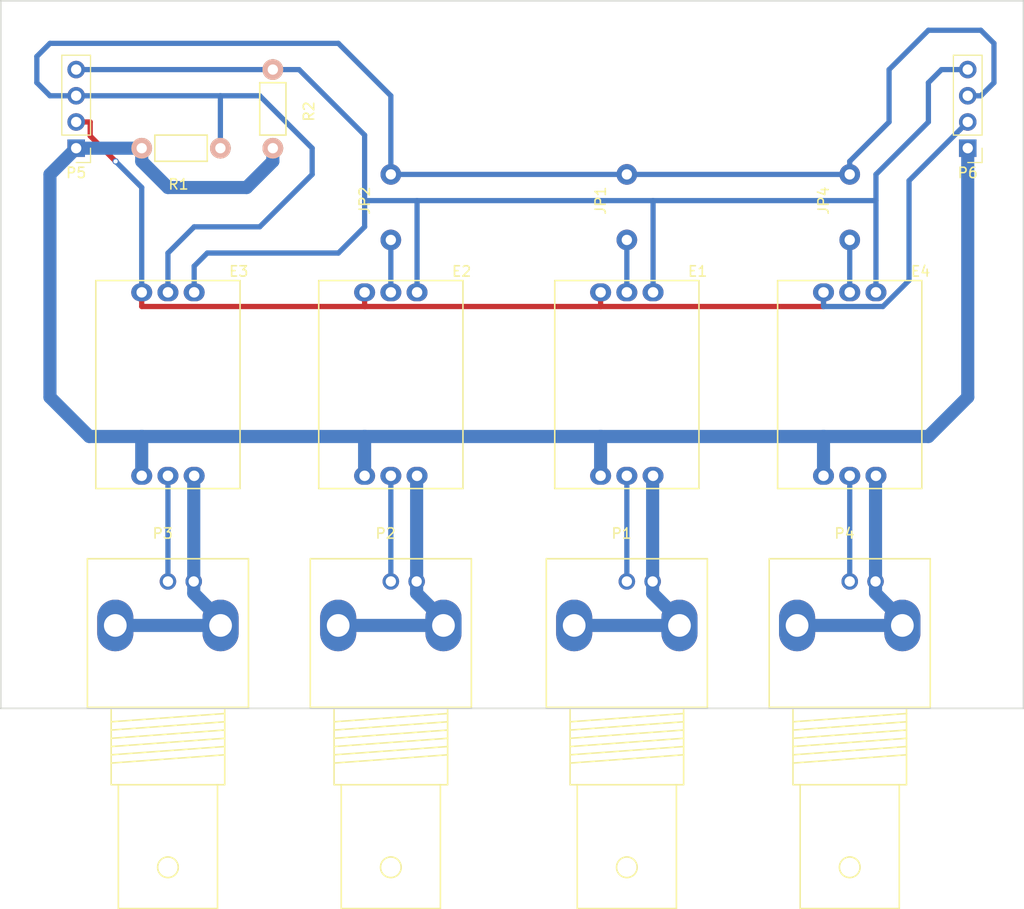
<source format=kicad_pcb>
(kicad_pcb (version 20171130) (host pcbnew "(5.1.12)-1")

  (general
    (thickness 1.6)
    (drawings 4)
    (tracks 141)
    (zones 0)
    (modules 15)
    (nets 16)
  )

  (page A4)
  (layers
    (0 F.Cu signal)
    (31 B.Cu signal)
    (32 B.Adhes user hide)
    (33 F.Adhes user hide)
    (34 B.Paste user hide)
    (35 F.Paste user hide)
    (36 B.SilkS user hide)
    (37 F.SilkS user hide)
    (38 B.Mask user hide)
    (39 F.Mask user hide)
    (40 Dwgs.User user hide)
    (41 Cmts.User user hide)
    (42 Eco1.User user hide)
    (43 Eco2.User user hide)
    (44 Edge.Cuts user)
    (45 Margin user hide)
    (46 B.CrtYd user hide)
    (47 F.CrtYd user hide)
    (48 B.Fab user hide)
    (49 F.Fab user hide)
  )

  (setup
    (last_trace_width 0.508)
    (trace_clearance 0.2)
    (zone_clearance 1.27)
    (zone_45_only no)
    (trace_min 0.254)
    (via_size 0.6)
    (via_drill 0.4)
    (via_min_size 0.4064)
    (via_min_drill 0.254)
    (uvia_size 0.3)
    (uvia_drill 0.1)
    (uvias_allowed no)
    (uvia_min_size 0.2)
    (uvia_min_drill 0.1)
    (edge_width 0.15)
    (segment_width 0.2)
    (pcb_text_width 0.3)
    (pcb_text_size 1.5 1.5)
    (mod_edge_width 0.15)
    (mod_text_size 1 1)
    (mod_text_width 0.15)
    (pad_size 1.524 1.524)
    (pad_drill 0.762)
    (pad_to_mask_clearance 0.2)
    (aux_axis_origin 0 0)
    (visible_elements 7FFFFFFF)
    (pcbplotparams
      (layerselection 0x01000_80000001)
      (usegerberextensions false)
      (usegerberattributes true)
      (usegerberadvancedattributes true)
      (creategerberjobfile true)
      (excludeedgelayer true)
      (linewidth 0.100000)
      (plotframeref false)
      (viasonmask false)
      (mode 1)
      (useauxorigin false)
      (hpglpennumber 1)
      (hpglpenspeed 20)
      (hpglpendiameter 15.000000)
      (psnegative false)
      (psa4output false)
      (plotreference false)
      (plotvalue false)
      (plotinvisibletext false)
      (padsonsilk false)
      (subtractmaskfromsilk false)
      (outputformat 1)
      (mirror false)
      (drillshape 0)
      (scaleselection 1)
      (outputdirectory "GERBERS/"))
  )

  (net 0 "")
  (net 1 "Net-(E1-Pad4)")
  (net 2 "Net-(E1-Pad5)")
  (net 3 "Net-(E2-Pad4)")
  (net 4 "Net-(E2-Pad5)")
  (net 5 "Net-(E3-Pad4)")
  (net 6 "Net-(E3-Pad5)")
  (net 7 "Net-(E4-Pad4)")
  (net 8 "Net-(E4-Pad5)")
  (net 9 GND)
  (net 10 A5)
  (net 11 "Net-(E1-Pad2)")
  (net 12 +5V)
  (net 13 "Net-(E2-Pad2)")
  (net 14 "Net-(E4-Pad2)")
  (net 15 A4)

  (net_class Default "This is the default net class."
    (clearance 0.2)
    (trace_width 0.508)
    (via_dia 0.6)
    (via_drill 0.4)
    (uvia_dia 0.3)
    (uvia_drill 0.1)
    (add_net A4)
    (add_net A5)
    (add_net GND)
    (add_net "Net-(E1-Pad2)")
    (add_net "Net-(E1-Pad5)")
    (add_net "Net-(E2-Pad2)")
    (add_net "Net-(E2-Pad5)")
    (add_net "Net-(E3-Pad5)")
    (add_net "Net-(E4-Pad2)")
    (add_net "Net-(E4-Pad5)")
  )

  (net_class +5V ""
    (clearance 0.2)
    (trace_width 1.27)
    (via_dia 0.6)
    (via_drill 0.4)
    (uvia_dia 0.3)
    (uvia_drill 0.1)
    (add_net +5V)
  )

  (net_class PRBGND ""
    (clearance 0.2)
    (trace_width 1.27)
    (via_dia 0.6)
    (via_drill 0.4)
    (uvia_dia 0.3)
    (uvia_drill 0.1)
    (add_net "Net-(E1-Pad4)")
    (add_net "Net-(E2-Pad4)")
    (add_net "Net-(E3-Pad4)")
    (add_net "Net-(E4-Pad4)")
  )

  (module Sockets_BNC:BNC_Socket_TYCO-AMP (layer F.Cu) (tedit 0) (tstamp 5848F2A9)
    (at 127 151.13 180)
    (descr "BNC Socket TYCO AMP")
    (tags "BNC Socket TYCO AMP")
    (path /5848E61E)
    (fp_text reference P1 (at 0.508 9.652 180) (layer F.SilkS)
      (effects (font (size 1 1) (thickness 0.15)))
    )
    (fp_text value BNC (at 10.89914 -9.6012 270) (layer F.Fab)
      (effects (font (size 1 1) (thickness 0.15)))
    )
    (fp_circle (center 0 -22.69998) (end 1.00076 -22.69998) (layer F.SilkS) (width 0.15))
    (fp_line (start -7.80034 -7.2009) (end -7.80034 7.2009) (layer F.SilkS) (width 0.15))
    (fp_line (start 7.80034 -7.2009) (end -7.80034 -7.2009) (layer F.SilkS) (width 0.15))
    (fp_line (start 7.80034 7.2009) (end 7.80034 -7.2009) (layer F.SilkS) (width 0.15))
    (fp_line (start -7.80034 7.2009) (end 7.80034 7.2009) (layer F.SilkS) (width 0.15))
    (fp_line (start -5.4991 -14.69898) (end -5.4991 -7.2009) (layer F.SilkS) (width 0.15))
    (fp_line (start 5.4991 -14.69898) (end -5.4991 -14.69898) (layer F.SilkS) (width 0.15))
    (fp_line (start 5.4991 -7.2009) (end 5.4991 -14.69898) (layer F.SilkS) (width 0.15))
    (fp_line (start -4.8006 -26.70048) (end -4.8006 -14.69898) (layer F.SilkS) (width 0.15))
    (fp_line (start 4.8006 -26.70048) (end -4.8006 -26.70048) (layer F.SilkS) (width 0.15))
    (fp_line (start 4.8006 -14.69898) (end 4.8006 -26.70048) (layer F.SilkS) (width 0.15))
    (fp_line (start -5.4991 -7.80034) (end 5.4991 -8.60044) (layer F.SilkS) (width 0.15))
    (fp_line (start -5.4991 -8.60044) (end 5.4991 -9.40054) (layer F.SilkS) (width 0.15))
    (fp_line (start -5.4991 -9.40054) (end 5.4991 -10.20064) (layer F.SilkS) (width 0.15))
    (fp_line (start -5.4991 -10.20064) (end 5.4991 -11.00074) (layer F.SilkS) (width 0.15))
    (fp_line (start -5.4991 -11.00074) (end 5.4991 -11.80084) (layer F.SilkS) (width 0.15))
    (fp_line (start -5.4991 -11.80084) (end 5.4991 -12.60094) (layer F.SilkS) (width 0.15))
    (pad 2 thru_hole oval (at -5.09778 0.7366 180) (size 3.50012 5.00126) (drill 2.19964) (layers *.Cu *.Mask)
      (net 1 "Net-(E1-Pad4)"))
    (pad 2 thru_hole oval (at 5.10032 0.7366 180) (size 3.50012 5.00126) (drill 2.19964) (layers *.Cu *.Mask)
      (net 1 "Net-(E1-Pad4)"))
    (pad 1 thru_hole circle (at 0 5.00126 180) (size 1.6002 1.6002) (drill 1.00076) (layers *.Cu *.Mask)
      (net 2 "Net-(E1-Pad5)"))
    (pad 2 thru_hole circle (at -2.49936 5.00126 180) (size 1.6002 1.6002) (drill 1.00076) (layers *.Cu *.Mask)
      (net 1 "Net-(E1-Pad4)"))
    (model Sockets_BNC.3dshapes/BNC_Socket_TYCO-AMP.wrl
      (at (xyz 0 0 0))
      (scale (xyz 0.3937 0.3937 0.3937))
      (rotate (xyz 0 0 0))
    )
  )

  (module Sockets_BNC:BNC_Socket_TYCO-AMP (layer F.Cu) (tedit 0) (tstamp 5848F2B1)
    (at 104.14 151.13 180)
    (descr "BNC Socket TYCO AMP")
    (tags "BNC Socket TYCO AMP")
    (path /5848E8A5)
    (fp_text reference P2 (at 0.508 9.652 180) (layer F.SilkS)
      (effects (font (size 1 1) (thickness 0.15)))
    )
    (fp_text value BNC (at 10.89914 -9.6012 270) (layer F.Fab)
      (effects (font (size 1 1) (thickness 0.15)))
    )
    (fp_circle (center 0 -22.69998) (end 1.00076 -22.69998) (layer F.SilkS) (width 0.15))
    (fp_line (start -7.80034 -7.2009) (end -7.80034 7.2009) (layer F.SilkS) (width 0.15))
    (fp_line (start 7.80034 -7.2009) (end -7.80034 -7.2009) (layer F.SilkS) (width 0.15))
    (fp_line (start 7.80034 7.2009) (end 7.80034 -7.2009) (layer F.SilkS) (width 0.15))
    (fp_line (start -7.80034 7.2009) (end 7.80034 7.2009) (layer F.SilkS) (width 0.15))
    (fp_line (start -5.4991 -14.69898) (end -5.4991 -7.2009) (layer F.SilkS) (width 0.15))
    (fp_line (start 5.4991 -14.69898) (end -5.4991 -14.69898) (layer F.SilkS) (width 0.15))
    (fp_line (start 5.4991 -7.2009) (end 5.4991 -14.69898) (layer F.SilkS) (width 0.15))
    (fp_line (start -4.8006 -26.70048) (end -4.8006 -14.69898) (layer F.SilkS) (width 0.15))
    (fp_line (start 4.8006 -26.70048) (end -4.8006 -26.70048) (layer F.SilkS) (width 0.15))
    (fp_line (start 4.8006 -14.69898) (end 4.8006 -26.70048) (layer F.SilkS) (width 0.15))
    (fp_line (start -5.4991 -7.80034) (end 5.4991 -8.60044) (layer F.SilkS) (width 0.15))
    (fp_line (start -5.4991 -8.60044) (end 5.4991 -9.40054) (layer F.SilkS) (width 0.15))
    (fp_line (start -5.4991 -9.40054) (end 5.4991 -10.20064) (layer F.SilkS) (width 0.15))
    (fp_line (start -5.4991 -10.20064) (end 5.4991 -11.00074) (layer F.SilkS) (width 0.15))
    (fp_line (start -5.4991 -11.00074) (end 5.4991 -11.80084) (layer F.SilkS) (width 0.15))
    (fp_line (start -5.4991 -11.80084) (end 5.4991 -12.60094) (layer F.SilkS) (width 0.15))
    (pad 2 thru_hole oval (at -5.09778 0.7366 180) (size 3.50012 5.00126) (drill 2.19964) (layers *.Cu *.Mask)
      (net 3 "Net-(E2-Pad4)"))
    (pad 2 thru_hole oval (at 5.10032 0.7366 180) (size 3.50012 5.00126) (drill 2.19964) (layers *.Cu *.Mask)
      (net 3 "Net-(E2-Pad4)"))
    (pad 1 thru_hole circle (at 0 5.00126 180) (size 1.6002 1.6002) (drill 1.00076) (layers *.Cu *.Mask)
      (net 4 "Net-(E2-Pad5)"))
    (pad 2 thru_hole circle (at -2.49936 5.00126 180) (size 1.6002 1.6002) (drill 1.00076) (layers *.Cu *.Mask)
      (net 3 "Net-(E2-Pad4)"))
    (model Sockets_BNC.3dshapes/BNC_Socket_TYCO-AMP.wrl
      (at (xyz 0 0 0))
      (scale (xyz 0.3937 0.3937 0.3937))
      (rotate (xyz 0 0 0))
    )
  )

  (module Sockets_BNC:BNC_Socket_TYCO-AMP (layer F.Cu) (tedit 0) (tstamp 5848F2B9)
    (at 82.55 151.13 180)
    (descr "BNC Socket TYCO AMP")
    (tags "BNC Socket TYCO AMP")
    (path /5848EAD5)
    (fp_text reference P3 (at 0.508 9.652 180) (layer F.SilkS)
      (effects (font (size 1 1) (thickness 0.15)))
    )
    (fp_text value BNC (at 10.89914 -9.6012 270) (layer F.Fab)
      (effects (font (size 1 1) (thickness 0.15)))
    )
    (fp_circle (center 0 -22.69998) (end 1.00076 -22.69998) (layer F.SilkS) (width 0.15))
    (fp_line (start -7.80034 -7.2009) (end -7.80034 7.2009) (layer F.SilkS) (width 0.15))
    (fp_line (start 7.80034 -7.2009) (end -7.80034 -7.2009) (layer F.SilkS) (width 0.15))
    (fp_line (start 7.80034 7.2009) (end 7.80034 -7.2009) (layer F.SilkS) (width 0.15))
    (fp_line (start -7.80034 7.2009) (end 7.80034 7.2009) (layer F.SilkS) (width 0.15))
    (fp_line (start -5.4991 -14.69898) (end -5.4991 -7.2009) (layer F.SilkS) (width 0.15))
    (fp_line (start 5.4991 -14.69898) (end -5.4991 -14.69898) (layer F.SilkS) (width 0.15))
    (fp_line (start 5.4991 -7.2009) (end 5.4991 -14.69898) (layer F.SilkS) (width 0.15))
    (fp_line (start -4.8006 -26.70048) (end -4.8006 -14.69898) (layer F.SilkS) (width 0.15))
    (fp_line (start 4.8006 -26.70048) (end -4.8006 -26.70048) (layer F.SilkS) (width 0.15))
    (fp_line (start 4.8006 -14.69898) (end 4.8006 -26.70048) (layer F.SilkS) (width 0.15))
    (fp_line (start -5.4991 -7.80034) (end 5.4991 -8.60044) (layer F.SilkS) (width 0.15))
    (fp_line (start -5.4991 -8.60044) (end 5.4991 -9.40054) (layer F.SilkS) (width 0.15))
    (fp_line (start -5.4991 -9.40054) (end 5.4991 -10.20064) (layer F.SilkS) (width 0.15))
    (fp_line (start -5.4991 -10.20064) (end 5.4991 -11.00074) (layer F.SilkS) (width 0.15))
    (fp_line (start -5.4991 -11.00074) (end 5.4991 -11.80084) (layer F.SilkS) (width 0.15))
    (fp_line (start -5.4991 -11.80084) (end 5.4991 -12.60094) (layer F.SilkS) (width 0.15))
    (pad 2 thru_hole oval (at -5.09778 0.7366 180) (size 3.50012 5.00126) (drill 2.19964) (layers *.Cu *.Mask)
      (net 5 "Net-(E3-Pad4)"))
    (pad 2 thru_hole oval (at 5.10032 0.7366 180) (size 3.50012 5.00126) (drill 2.19964) (layers *.Cu *.Mask)
      (net 5 "Net-(E3-Pad4)"))
    (pad 1 thru_hole circle (at 0 5.00126 180) (size 1.6002 1.6002) (drill 1.00076) (layers *.Cu *.Mask)
      (net 6 "Net-(E3-Pad5)"))
    (pad 2 thru_hole circle (at -2.49936 5.00126 180) (size 1.6002 1.6002) (drill 1.00076) (layers *.Cu *.Mask)
      (net 5 "Net-(E3-Pad4)"))
    (model Sockets_BNC.3dshapes/BNC_Socket_TYCO-AMP.wrl
      (at (xyz 0 0 0))
      (scale (xyz 0.3937 0.3937 0.3937))
      (rotate (xyz 0 0 0))
    )
  )

  (module Sockets_BNC:BNC_Socket_TYCO-AMP (layer F.Cu) (tedit 0) (tstamp 5848F2C1)
    (at 148.59 151.13 180)
    (descr "BNC Socket TYCO AMP")
    (tags "BNC Socket TYCO AMP")
    (path /5848EB1B)
    (fp_text reference P4 (at 0.508 9.652 180) (layer F.SilkS)
      (effects (font (size 1 1) (thickness 0.15)))
    )
    (fp_text value BNC (at 10.89914 -9.6012 270) (layer F.Fab)
      (effects (font (size 1 1) (thickness 0.15)))
    )
    (fp_circle (center 0 -22.69998) (end 1.00076 -22.69998) (layer F.SilkS) (width 0.15))
    (fp_line (start -7.80034 -7.2009) (end -7.80034 7.2009) (layer F.SilkS) (width 0.15))
    (fp_line (start 7.80034 -7.2009) (end -7.80034 -7.2009) (layer F.SilkS) (width 0.15))
    (fp_line (start 7.80034 7.2009) (end 7.80034 -7.2009) (layer F.SilkS) (width 0.15))
    (fp_line (start -7.80034 7.2009) (end 7.80034 7.2009) (layer F.SilkS) (width 0.15))
    (fp_line (start -5.4991 -14.69898) (end -5.4991 -7.2009) (layer F.SilkS) (width 0.15))
    (fp_line (start 5.4991 -14.69898) (end -5.4991 -14.69898) (layer F.SilkS) (width 0.15))
    (fp_line (start 5.4991 -7.2009) (end 5.4991 -14.69898) (layer F.SilkS) (width 0.15))
    (fp_line (start -4.8006 -26.70048) (end -4.8006 -14.69898) (layer F.SilkS) (width 0.15))
    (fp_line (start 4.8006 -26.70048) (end -4.8006 -26.70048) (layer F.SilkS) (width 0.15))
    (fp_line (start 4.8006 -14.69898) (end 4.8006 -26.70048) (layer F.SilkS) (width 0.15))
    (fp_line (start -5.4991 -7.80034) (end 5.4991 -8.60044) (layer F.SilkS) (width 0.15))
    (fp_line (start -5.4991 -8.60044) (end 5.4991 -9.40054) (layer F.SilkS) (width 0.15))
    (fp_line (start -5.4991 -9.40054) (end 5.4991 -10.20064) (layer F.SilkS) (width 0.15))
    (fp_line (start -5.4991 -10.20064) (end 5.4991 -11.00074) (layer F.SilkS) (width 0.15))
    (fp_line (start -5.4991 -11.00074) (end 5.4991 -11.80084) (layer F.SilkS) (width 0.15))
    (fp_line (start -5.4991 -11.80084) (end 5.4991 -12.60094) (layer F.SilkS) (width 0.15))
    (pad 2 thru_hole oval (at -5.09778 0.7366 180) (size 3.50012 5.00126) (drill 2.19964) (layers *.Cu *.Mask)
      (net 7 "Net-(E4-Pad4)"))
    (pad 2 thru_hole oval (at 5.10032 0.7366 180) (size 3.50012 5.00126) (drill 2.19964) (layers *.Cu *.Mask)
      (net 7 "Net-(E4-Pad4)"))
    (pad 1 thru_hole circle (at 0 5.00126 180) (size 1.6002 1.6002) (drill 1.00076) (layers *.Cu *.Mask)
      (net 8 "Net-(E4-Pad5)"))
    (pad 2 thru_hole circle (at -2.49936 5.00126 180) (size 1.6002 1.6002) (drill 1.00076) (layers *.Cu *.Mask)
      (net 7 "Net-(E4-Pad4)"))
    (model Sockets_BNC.3dshapes/BNC_Socket_TYCO-AMP.wrl
      (at (xyz 0 0 0))
      (scale (xyz 0.3937 0.3937 0.3937))
      (rotate (xyz 0 0 0))
    )
  )

  (module Resistors_ThroughHole:Resistor_Horizontal_RM7mm (layer F.Cu) (tedit 569FCF07) (tstamp 5849D59C)
    (at 87.63 104.14 180)
    (descr "Resistor, Axial,  RM 7.62mm, 1/3W,")
    (tags "Resistor Axial RM 7.62mm 1/3W R3")
    (path /5848F097)
    (fp_text reference R1 (at 4.05892 -3.50012 180) (layer F.SilkS)
      (effects (font (size 1 1) (thickness 0.15)))
    )
    (fp_text value 12K (at 3.81 3.81 180) (layer F.Fab)
      (effects (font (size 1 1) (thickness 0.15)))
    )
    (fp_line (start 1.27 1.27) (end 1.27 -1.27) (layer F.SilkS) (width 0.15))
    (fp_line (start 6.35 1.27) (end 1.27 1.27) (layer F.SilkS) (width 0.15))
    (fp_line (start 6.35 -1.27) (end 6.35 1.27) (layer F.SilkS) (width 0.15))
    (fp_line (start 1.27 -1.27) (end 6.35 -1.27) (layer F.SilkS) (width 0.15))
    (fp_line (start -1.25 1.5) (end 8.85 1.5) (layer F.CrtYd) (width 0.05))
    (fp_line (start 8.85 -1.5) (end 8.85 1.5) (layer F.CrtYd) (width 0.05))
    (fp_line (start -1.25 1.5) (end -1.25 -1.5) (layer F.CrtYd) (width 0.05))
    (fp_line (start -1.25 -1.5) (end 8.85 -1.5) (layer F.CrtYd) (width 0.05))
    (pad 1 thru_hole circle (at 0 0 180) (size 1.99898 1.99898) (drill 1.00076) (layers *.Cu *.SilkS *.Mask)
      (net 15 A4))
    (pad 2 thru_hole circle (at 7.62 0 180) (size 1.99898 1.99898) (drill 1.00076) (layers *.Cu *.SilkS *.Mask)
      (net 12 +5V))
  )

  (module Resistors_ThroughHole:Resistor_Horizontal_RM7mm (layer F.Cu) (tedit 569FCF07) (tstamp 5849D5A9)
    (at 92.71 96.52 270)
    (descr "Resistor, Axial,  RM 7.62mm, 1/3W,")
    (tags "Resistor Axial RM 7.62mm 1/3W R3")
    (path /5848F0F1)
    (fp_text reference R2 (at 4.05892 -3.50012 270) (layer F.SilkS)
      (effects (font (size 1 1) (thickness 0.15)))
    )
    (fp_text value 12K (at 3.81 3.81 270) (layer F.Fab)
      (effects (font (size 1 1) (thickness 0.15)))
    )
    (fp_line (start 1.27 1.27) (end 1.27 -1.27) (layer F.SilkS) (width 0.15))
    (fp_line (start 6.35 1.27) (end 1.27 1.27) (layer F.SilkS) (width 0.15))
    (fp_line (start 6.35 -1.27) (end 6.35 1.27) (layer F.SilkS) (width 0.15))
    (fp_line (start 1.27 -1.27) (end 6.35 -1.27) (layer F.SilkS) (width 0.15))
    (fp_line (start -1.25 1.5) (end 8.85 1.5) (layer F.CrtYd) (width 0.05))
    (fp_line (start 8.85 -1.5) (end 8.85 1.5) (layer F.CrtYd) (width 0.05))
    (fp_line (start -1.25 1.5) (end -1.25 -1.5) (layer F.CrtYd) (width 0.05))
    (fp_line (start -1.25 -1.5) (end 8.85 -1.5) (layer F.CrtYd) (width 0.05))
    (pad 1 thru_hole circle (at 0 0 270) (size 1.99898 1.99898) (drill 1.00076) (layers *.Cu *.SilkS *.Mask)
      (net 10 A5))
    (pad 2 thru_hole circle (at 7.62 0 270) (size 1.99898 1.99898) (drill 1.00076) (layers *.Cu *.SilkS *.Mask)
      (net 12 +5V))
  )

  (module DAB:phEZO (layer F.Cu) (tedit 5849D37E) (tstamp 5849D668)
    (at 127 127)
    (path /5848E652)
    (fp_text reference E1 (at 6.858 -10.922) (layer F.SilkS)
      (effects (font (size 1 1) (thickness 0.15)))
    )
    (fp_text value phEZO (at -7.366 -11.176) (layer F.Fab)
      (effects (font (size 1 1) (thickness 0.15)))
    )
    (fp_line (start 6.985 10.127) (end -6.985 10.127) (layer F.SilkS) (width 0.15))
    (fp_line (start 6.985 -10.033) (end 6.985 10.127) (layer F.SilkS) (width 0.15))
    (fp_line (start -6.985 -10.033) (end 6.985 -10.033) (layer F.SilkS) (width 0.15))
    (fp_line (start -6.985 10.127) (end -6.985 -10.033) (layer F.SilkS) (width 0.15))
    (pad 1 thru_hole oval (at -2.54 -8.89) (size 2.032 1.7272) (drill 1.016) (layers *.Cu *.Mask)
      (net 9 GND))
    (pad 3 thru_hole oval (at 2.54 -8.89) (size 2.032 1.7272) (drill 1.016) (layers *.Cu *.Mask)
      (net 10 A5))
    (pad 2 thru_hole oval (at 0 -8.89) (size 2.032 1.7272) (drill 1.016) (layers *.Cu *.Mask)
      (net 11 "Net-(E1-Pad2)"))
    (pad 5 thru_hole oval (at 0 8.89) (size 2.032 1.7272) (drill 1.016) (layers *.Cu *.Mask)
      (net 2 "Net-(E1-Pad5)"))
    (pad 6 thru_hole oval (at -2.54 8.89) (size 2.032 1.7272) (drill 1.016) (layers *.Cu *.Mask)
      (net 12 +5V))
    (pad 4 thru_hole oval (at 2.54 8.89) (size 2.032 1.7272) (drill 1.016) (layers *.Cu *.Mask)
      (net 1 "Net-(E1-Pad4)"))
  )

  (module DAB:phEZO (layer F.Cu) (tedit 5849D37E) (tstamp 5849D676)
    (at 104.14 127)
    (path /5848E693)
    (fp_text reference E2 (at 6.858 -10.922) (layer F.SilkS)
      (effects (font (size 1 1) (thickness 0.15)))
    )
    (fp_text value DO_EZO (at -7.366 -11.176) (layer F.Fab)
      (effects (font (size 1 1) (thickness 0.15)))
    )
    (fp_line (start 6.985 10.127) (end -6.985 10.127) (layer F.SilkS) (width 0.15))
    (fp_line (start 6.985 -10.033) (end 6.985 10.127) (layer F.SilkS) (width 0.15))
    (fp_line (start -6.985 -10.033) (end 6.985 -10.033) (layer F.SilkS) (width 0.15))
    (fp_line (start -6.985 10.127) (end -6.985 -10.033) (layer F.SilkS) (width 0.15))
    (pad 1 thru_hole oval (at -2.54 -8.89) (size 2.032 1.7272) (drill 1.016) (layers *.Cu *.Mask)
      (net 9 GND))
    (pad 3 thru_hole oval (at 2.54 -8.89) (size 2.032 1.7272) (drill 1.016) (layers *.Cu *.Mask)
      (net 10 A5))
    (pad 2 thru_hole oval (at 0 -8.89) (size 2.032 1.7272) (drill 1.016) (layers *.Cu *.Mask)
      (net 13 "Net-(E2-Pad2)"))
    (pad 5 thru_hole oval (at 0 8.89) (size 2.032 1.7272) (drill 1.016) (layers *.Cu *.Mask)
      (net 4 "Net-(E2-Pad5)"))
    (pad 6 thru_hole oval (at -2.54 8.89) (size 2.032 1.7272) (drill 1.016) (layers *.Cu *.Mask)
      (net 12 +5V))
    (pad 4 thru_hole oval (at 2.54 8.89) (size 2.032 1.7272) (drill 1.016) (layers *.Cu *.Mask)
      (net 3 "Net-(E2-Pad4)"))
  )

  (module DAB:phEZO (layer F.Cu) (tedit 5849D37E) (tstamp 5849D684)
    (at 82.55 127)
    (path /5848EA59)
    (fp_text reference E3 (at 6.858 -10.922) (layer F.SilkS)
      (effects (font (size 1 1) (thickness 0.15)))
    )
    (fp_text value phEZO (at -7.366 -11.176) (layer F.Fab)
      (effects (font (size 1 1) (thickness 0.15)))
    )
    (fp_line (start 6.985 10.127) (end -6.985 10.127) (layer F.SilkS) (width 0.15))
    (fp_line (start 6.985 -10.033) (end 6.985 10.127) (layer F.SilkS) (width 0.15))
    (fp_line (start -6.985 -10.033) (end 6.985 -10.033) (layer F.SilkS) (width 0.15))
    (fp_line (start -6.985 10.127) (end -6.985 -10.033) (layer F.SilkS) (width 0.15))
    (pad 1 thru_hole oval (at -2.54 -8.89) (size 2.032 1.7272) (drill 1.016) (layers *.Cu *.Mask)
      (net 9 GND))
    (pad 3 thru_hole oval (at 2.54 -8.89) (size 2.032 1.7272) (drill 1.016) (layers *.Cu *.Mask)
      (net 10 A5))
    (pad 2 thru_hole oval (at 0 -8.89) (size 2.032 1.7272) (drill 1.016) (layers *.Cu *.Mask)
      (net 15 A4))
    (pad 5 thru_hole oval (at 0 8.89) (size 2.032 1.7272) (drill 1.016) (layers *.Cu *.Mask)
      (net 6 "Net-(E3-Pad5)"))
    (pad 6 thru_hole oval (at -2.54 8.89) (size 2.032 1.7272) (drill 1.016) (layers *.Cu *.Mask)
      (net 12 +5V))
    (pad 4 thru_hole oval (at 2.54 8.89) (size 2.032 1.7272) (drill 1.016) (layers *.Cu *.Mask)
      (net 5 "Net-(E3-Pad4)"))
  )

  (module DAB:phEZO (layer F.Cu) (tedit 5849D37E) (tstamp 5849D692)
    (at 148.59 127)
    (path /5848EA9A)
    (fp_text reference E4 (at 6.858 -10.922) (layer F.SilkS)
      (effects (font (size 1 1) (thickness 0.15)))
    )
    (fp_text value phEZO (at -7.366 -11.176) (layer F.Fab)
      (effects (font (size 1 1) (thickness 0.15)))
    )
    (fp_line (start 6.985 10.127) (end -6.985 10.127) (layer F.SilkS) (width 0.15))
    (fp_line (start 6.985 -10.033) (end 6.985 10.127) (layer F.SilkS) (width 0.15))
    (fp_line (start -6.985 -10.033) (end 6.985 -10.033) (layer F.SilkS) (width 0.15))
    (fp_line (start -6.985 10.127) (end -6.985 -10.033) (layer F.SilkS) (width 0.15))
    (pad 1 thru_hole oval (at -2.54 -8.89) (size 2.032 1.7272) (drill 1.016) (layers *.Cu *.Mask)
      (net 9 GND))
    (pad 3 thru_hole oval (at 2.54 -8.89) (size 2.032 1.7272) (drill 1.016) (layers *.Cu *.Mask)
      (net 10 A5))
    (pad 2 thru_hole oval (at 0 -8.89) (size 2.032 1.7272) (drill 1.016) (layers *.Cu *.Mask)
      (net 14 "Net-(E4-Pad2)"))
    (pad 5 thru_hole oval (at 0 8.89) (size 2.032 1.7272) (drill 1.016) (layers *.Cu *.Mask)
      (net 8 "Net-(E4-Pad5)"))
    (pad 6 thru_hole oval (at -2.54 8.89) (size 2.032 1.7272) (drill 1.016) (layers *.Cu *.Mask)
      (net 12 +5V))
    (pad 4 thru_hole oval (at 2.54 8.89) (size 2.032 1.7272) (drill 1.016) (layers *.Cu *.Mask)
      (net 7 "Net-(E4-Pad4)"))
  )

  (module DAB:Jumper_6.35mm (layer F.Cu) (tedit 584C99F2) (tstamp 584C9A97)
    (at 127 113.03 90)
    (descr "WireConnection with 1mm drill")
    (path /584C8796)
    (fp_text reference JP1 (at 3.81 -2.54 90) (layer F.SilkS)
      (effects (font (size 1 1) (thickness 0.15)))
    )
    (fp_text value JUMPER (at 3.81 2.54 90) (layer F.Fab)
      (effects (font (size 1 1) (thickness 0.15)))
    )
    (pad 1 thru_hole circle (at 0 0 90) (size 2 2) (drill 1.00076) (layers *.Cu *.Mask)
      (net 11 "Net-(E1-Pad2)"))
    (pad 2 thru_hole circle (at 6.35 0 90) (size 2 2) (drill 1.00076) (layers *.Cu *.Mask)
      (net 15 A4))
  )

  (module DAB:Jumper_6.35mm (layer F.Cu) (tedit 584C99F2) (tstamp 584C9A9C)
    (at 104.14 113.03 90)
    (descr "WireConnection with 1mm drill")
    (path /584C89B3)
    (fp_text reference JP2 (at 3.81 -2.54 90) (layer F.SilkS)
      (effects (font (size 1 1) (thickness 0.15)))
    )
    (fp_text value JUMPER (at 3.81 2.54 90) (layer F.Fab)
      (effects (font (size 1 1) (thickness 0.15)))
    )
    (pad 1 thru_hole circle (at 0 0 90) (size 2 2) (drill 1.00076) (layers *.Cu *.Mask)
      (net 13 "Net-(E2-Pad2)"))
    (pad 2 thru_hole circle (at 6.35 0 90) (size 2 2) (drill 1.00076) (layers *.Cu *.Mask)
      (net 15 A4))
  )

  (module DAB:Jumper_6.35mm (layer F.Cu) (tedit 584C99F2) (tstamp 584C9AA1)
    (at 148.59 113.03 90)
    (descr "WireConnection with 1mm drill")
    (path /584C8A2C)
    (fp_text reference JP4 (at 3.81 -2.54 90) (layer F.SilkS)
      (effects (font (size 1 1) (thickness 0.15)))
    )
    (fp_text value JUMPER (at 3.81 2.54 90) (layer F.Fab)
      (effects (font (size 1 1) (thickness 0.15)))
    )
    (pad 1 thru_hole circle (at 0 0 90) (size 2 2) (drill 1.00076) (layers *.Cu *.Mask)
      (net 14 "Net-(E4-Pad2)"))
    (pad 2 thru_hole circle (at 6.35 0 90) (size 2 2) (drill 1.00076) (layers *.Cu *.Mask)
      (net 15 A4))
  )

  (module Pin_Headers:Pin_Header_Straight_1x04_Pitch2.54mm (layer F.Cu) (tedit 5862ED52) (tstamp 587D9A29)
    (at 73.66 104.14 180)
    (descr "Through hole straight pin header, 1x04, 2.54mm pitch, single row")
    (tags "Through hole pin header THT 1x04 2.54mm single row")
    (path /5849CBF9)
    (fp_text reference P5 (at 0 -2.39 180) (layer F.SilkS)
      (effects (font (size 1 1) (thickness 0.15)))
    )
    (fp_text value CONN_01X04 (at 0 10.01 180) (layer F.Fab)
      (effects (font (size 1 1) (thickness 0.15)))
    )
    (fp_line (start 1.6 -1.6) (end -1.6 -1.6) (layer F.CrtYd) (width 0.05))
    (fp_line (start 1.6 9.2) (end 1.6 -1.6) (layer F.CrtYd) (width 0.05))
    (fp_line (start -1.6 9.2) (end 1.6 9.2) (layer F.CrtYd) (width 0.05))
    (fp_line (start -1.6 -1.6) (end -1.6 9.2) (layer F.CrtYd) (width 0.05))
    (fp_line (start -1.39 -1.39) (end 0 -1.39) (layer F.SilkS) (width 0.12))
    (fp_line (start -1.39 0) (end -1.39 -1.39) (layer F.SilkS) (width 0.12))
    (fp_line (start 1.39 1.27) (end -1.39 1.27) (layer F.SilkS) (width 0.12))
    (fp_line (start 1.39 9.01) (end 1.39 1.27) (layer F.SilkS) (width 0.12))
    (fp_line (start -1.39 9.01) (end 1.39 9.01) (layer F.SilkS) (width 0.12))
    (fp_line (start -1.39 1.27) (end -1.39 9.01) (layer F.SilkS) (width 0.12))
    (fp_line (start 1.27 -1.27) (end -1.27 -1.27) (layer F.Fab) (width 0.1))
    (fp_line (start 1.27 8.89) (end 1.27 -1.27) (layer F.Fab) (width 0.1))
    (fp_line (start -1.27 8.89) (end 1.27 8.89) (layer F.Fab) (width 0.1))
    (fp_line (start -1.27 -1.27) (end -1.27 8.89) (layer F.Fab) (width 0.1))
    (pad 1 thru_hole rect (at 0 0 180) (size 1.7 1.7) (drill 1) (layers *.Cu *.Mask)
      (net 12 +5V))
    (pad 2 thru_hole oval (at 0 2.54 180) (size 1.7 1.7) (drill 1) (layers *.Cu *.Mask)
      (net 9 GND))
    (pad 3 thru_hole oval (at 0 5.08 180) (size 1.7 1.7) (drill 1) (layers *.Cu *.Mask)
      (net 15 A4))
    (pad 4 thru_hole oval (at 0 7.62 180) (size 1.7 1.7) (drill 1) (layers *.Cu *.Mask)
      (net 10 A5))
    (model Pin_Headers.3dshapes/Pin_Header_Straight_1x04_Pitch2.54mm.wrl
      (offset (xyz 0 -3.809999942779541 0))
      (scale (xyz 1 1 1))
      (rotate (xyz 0 0 90))
    )
  )

  (module Pin_Headers:Pin_Header_Straight_1x04_Pitch2.54mm (layer F.Cu) (tedit 5862ED52) (tstamp 587D9A53)
    (at 160.02 104.14 180)
    (descr "Through hole straight pin header, 1x04, 2.54mm pitch, single row")
    (tags "Through hole pin header THT 1x04 2.54mm single row")
    (path /587D98D4)
    (fp_text reference P6 (at 0 -2.39 180) (layer F.SilkS)
      (effects (font (size 1 1) (thickness 0.15)))
    )
    (fp_text value CONN_01X04 (at 0 10.01 180) (layer F.Fab)
      (effects (font (size 1 1) (thickness 0.15)))
    )
    (fp_line (start 1.6 -1.6) (end -1.6 -1.6) (layer F.CrtYd) (width 0.05))
    (fp_line (start 1.6 9.2) (end 1.6 -1.6) (layer F.CrtYd) (width 0.05))
    (fp_line (start -1.6 9.2) (end 1.6 9.2) (layer F.CrtYd) (width 0.05))
    (fp_line (start -1.6 -1.6) (end -1.6 9.2) (layer F.CrtYd) (width 0.05))
    (fp_line (start -1.39 -1.39) (end 0 -1.39) (layer F.SilkS) (width 0.12))
    (fp_line (start -1.39 0) (end -1.39 -1.39) (layer F.SilkS) (width 0.12))
    (fp_line (start 1.39 1.27) (end -1.39 1.27) (layer F.SilkS) (width 0.12))
    (fp_line (start 1.39 9.01) (end 1.39 1.27) (layer F.SilkS) (width 0.12))
    (fp_line (start -1.39 9.01) (end 1.39 9.01) (layer F.SilkS) (width 0.12))
    (fp_line (start -1.39 1.27) (end -1.39 9.01) (layer F.SilkS) (width 0.12))
    (fp_line (start 1.27 -1.27) (end -1.27 -1.27) (layer F.Fab) (width 0.1))
    (fp_line (start 1.27 8.89) (end 1.27 -1.27) (layer F.Fab) (width 0.1))
    (fp_line (start -1.27 8.89) (end 1.27 8.89) (layer F.Fab) (width 0.1))
    (fp_line (start -1.27 -1.27) (end -1.27 8.89) (layer F.Fab) (width 0.1))
    (pad 1 thru_hole rect (at 0 0 180) (size 1.7 1.7) (drill 1) (layers *.Cu *.Mask)
      (net 12 +5V))
    (pad 2 thru_hole oval (at 0 2.54 180) (size 1.7 1.7) (drill 1) (layers *.Cu *.Mask)
      (net 9 GND))
    (pad 3 thru_hole oval (at 0 5.08 180) (size 1.7 1.7) (drill 1) (layers *.Cu *.Mask)
      (net 15 A4))
    (pad 4 thru_hole oval (at 0 7.62 180) (size 1.7 1.7) (drill 1) (layers *.Cu *.Mask)
      (net 10 A5))
    (model Pin_Headers.3dshapes/Pin_Header_Straight_1x04_Pitch2.54mm.wrl
      (offset (xyz 0 -3.809999942779541 0))
      (scale (xyz 1 1 1))
      (rotate (xyz 0 0 90))
    )
  )

  (gr_line (start 66.3575 158.4325) (end 66.3575 89.8525) (angle 90) (layer Edge.Cuts) (width 0.15))
  (gr_line (start 165.4175 158.4325) (end 66.3575 158.4325) (angle 90) (layer Edge.Cuts) (width 0.15))
  (gr_line (start 165.4175 89.8525) (end 165.4175 158.4325) (angle 90) (layer Edge.Cuts) (width 0.15))
  (gr_line (start 66.3575 89.8525) (end 165.4175 89.8525) (angle 90) (layer Edge.Cuts) (width 0.15))

  (segment (start 121.8997 150.3934) (end 121.9 150.3931) (width 1.27) (layer B.Cu) (net 1))
  (segment (start 121.9 150.3931) (end 121.9 150.393) (width 1.27) (layer B.Cu) (net 1))
  (segment (start 132.0974 150.393) (end 132.098 150.393) (width 1.27) (layer B.Cu) (net 1))
  (segment (start 132.098 150.393) (end 132.098 149.878) (width 1.27) (layer B.Cu) (net 1))
  (segment (start 132.098 149.878) (end 129.499 147.279) (width 1.27) (layer B.Cu) (net 1))
  (segment (start 129.499 147.279) (end 129.499 146.1291) (width 1.27) (layer B.Cu) (net 1))
  (segment (start 129.499 146.1291) (end 129.499 135.931) (width 1.27) (layer B.Cu) (net 1))
  (segment (start 129.499 135.931) (end 129.54 135.89) (width 1.27) (layer B.Cu) (net 1))
  (segment (start 129.4994 146.1287) (end 129.499 146.1291) (width 1.27) (layer B.Cu) (net 1))
  (segment (start 132.0974 150.393) (end 132.0978 150.3934) (width 1.27) (layer B.Cu) (net 1))
  (segment (start 121.9 150.393) (end 132.0974 150.393) (width 1.27) (layer B.Cu) (net 1))
  (segment (start 127 146.1287) (end 127 135.89) (width 0.508) (layer B.Cu) (net 2))
  (segment (start 127 146.129) (end 127 146.1287) (width 0.508) (layer B.Cu) (net 2))
  (segment (start 99.0397 150.3934) (end 99.0397 150.393) (width 1.27) (layer B.Cu) (net 3))
  (segment (start 109.2374 150.393) (end 109.238 150.393) (width 1.27) (layer B.Cu) (net 3))
  (segment (start 109.238 150.393) (end 109.238 149.878) (width 1.27) (layer B.Cu) (net 3))
  (segment (start 109.238 149.878) (end 106.639 147.279) (width 1.27) (layer B.Cu) (net 3))
  (segment (start 106.639 147.279) (end 106.639 146.1291) (width 1.27) (layer B.Cu) (net 3))
  (segment (start 106.639 146.1291) (end 106.639 135.931) (width 1.27) (layer B.Cu) (net 3))
  (segment (start 106.639 135.931) (end 106.68 135.89) (width 1.27) (layer B.Cu) (net 3))
  (segment (start 106.6394 146.1287) (end 106.639 146.1291) (width 1.27) (layer B.Cu) (net 3))
  (segment (start 109.2374 150.393) (end 109.2378 150.3934) (width 1.27) (layer B.Cu) (net 3))
  (segment (start 99.0397 150.393) (end 109.2374 150.393) (width 1.27) (layer B.Cu) (net 3))
  (segment (start 104.14 146.1287) (end 104.14 135.89) (width 0.508) (layer B.Cu) (net 4))
  (segment (start 104.14 146.129) (end 104.14 146.1287) (width 0.508) (layer B.Cu) (net 4))
  (segment (start 87.6474 150.393) (end 87.6478 150.3934) (width 1.27) (layer B.Cu) (net 5))
  (segment (start 87.6474 150.393) (end 87.6478 150.393) (width 1.27) (layer B.Cu) (net 5))
  (segment (start 87.6478 150.393) (end 87.6478 149.878) (width 1.27) (layer B.Cu) (net 5))
  (segment (start 87.6478 149.878) (end 85.0494 147.279) (width 1.27) (layer B.Cu) (net 5))
  (segment (start 85.0494 147.279) (end 85.0494 146.1287) (width 1.27) (layer B.Cu) (net 5))
  (segment (start 77.4501 150.393) (end 87.6474 150.393) (width 1.27) (layer B.Cu) (net 5))
  (segment (start 77.4501 150.393) (end 77.4497 150.3934) (width 1.27) (layer B.Cu) (net 5))
  (segment (start 77.4497 150.393) (end 77.4501 150.393) (width 1.27) (layer B.Cu) (net 5))
  (segment (start 85.0494 146.1287) (end 85.0494 135.931) (width 1.27) (layer B.Cu) (net 5))
  (segment (start 85.0494 135.931) (end 85.09 135.89) (width 1.27) (layer B.Cu) (net 5))
  (segment (start 82.55 146.1287) (end 82.55 135.89) (width 0.508) (layer B.Cu) (net 6))
  (segment (start 82.55 146.129) (end 82.55 146.1287) (width 0.508) (layer B.Cu) (net 6))
  (segment (start 143.4897 150.3934) (end 143.49 150.3931) (width 1.27) (layer B.Cu) (net 7))
  (segment (start 143.49 150.3931) (end 143.49 150.393) (width 1.27) (layer B.Cu) (net 7))
  (segment (start 153.6874 150.393) (end 153.688 150.393) (width 1.27) (layer B.Cu) (net 7))
  (segment (start 153.688 150.393) (end 153.688 149.878) (width 1.27) (layer B.Cu) (net 7))
  (segment (start 153.688 149.878) (end 151.089 147.279) (width 1.27) (layer B.Cu) (net 7))
  (segment (start 151.089 147.279) (end 151.089 146.1291) (width 1.27) (layer B.Cu) (net 7))
  (segment (start 151.089 146.1291) (end 151.089 135.931) (width 1.27) (layer B.Cu) (net 7))
  (segment (start 151.089 135.931) (end 151.13 135.89) (width 1.27) (layer B.Cu) (net 7))
  (segment (start 151.0894 146.1287) (end 151.089 146.1291) (width 1.27) (layer B.Cu) (net 7))
  (segment (start 153.6874 150.393) (end 153.6878 150.3934) (width 1.27) (layer B.Cu) (net 7))
  (segment (start 143.49 150.393) (end 153.6874 150.393) (width 1.27) (layer B.Cu) (net 7))
  (segment (start 148.59 146.1287) (end 148.59 135.89) (width 0.508) (layer B.Cu) (net 8))
  (segment (start 148.59 146.129) (end 148.59 146.1287) (width 0.508) (layer B.Cu) (net 8))
  (segment (start 101.6 119.4278) (end 101.6538 119.4816) (width 0.508) (layer F.Cu) (net 9))
  (segment (start 101.6538 119.4816) (end 124.46 119.4816) (width 0.508) (layer F.Cu) (net 9))
  (segment (start 101.6 119.4278) (end 101.6 119.4816) (width 0.508) (layer F.Cu) (net 9))
  (segment (start 101.6 119.2776) (end 101.6 119.4278) (width 0.508) (layer F.Cu) (net 9))
  (segment (start 101.6 118.11) (end 101.6 119.2776) (width 0.508) (layer F.Cu) (net 9))
  (segment (start 80.01 118.11) (end 80.01 119.4816) (width 0.508) (layer F.Cu) (net 9))
  (segment (start 80.01 119.4816) (end 101.6 119.4816) (width 0.508) (layer F.Cu) (net 9))
  (segment (start 124.46 118.11) (end 124.46 119.4816) (width 0.508) (layer F.Cu) (net 9))
  (segment (start 146.05 118.11) (end 146.05 119.4816) (width 0.508) (layer F.Cu) (net 9))
  (segment (start 146.05 119.4816) (end 124.46 119.4816) (width 0.508) (layer F.Cu) (net 9))
  (segment (start 75.018 101.6) (end 75.018 102.9529) (width 0.508) (layer F.Cu) (net 9))
  (segment (start 75.018 102.9529) (end 77.4822 105.4171) (width 0.508) (layer F.Cu) (net 9))
  (segment (start 80.01 118.11) (end 80.01 107.9449) (width 0.508) (layer B.Cu) (net 9))
  (segment (start 80.01 107.9449) (end 77.4822 105.4171) (width 0.508) (layer B.Cu) (net 9))
  (segment (start 73.66 101.6) (end 75.018 101.6) (width 0.508) (layer F.Cu) (net 9))
  (segment (start 146.05 118.11) (end 146.05 119.4816) (width 0.508) (layer B.Cu) (net 9))
  (segment (start 160.02 101.6) (end 154.3341 107.2859) (width 0.508) (layer B.Cu) (net 9))
  (segment (start 154.3341 107.2859) (end 154.3341 116.9513) (width 0.508) (layer B.Cu) (net 9))
  (segment (start 154.3341 116.9513) (end 151.8038 119.4816) (width 0.508) (layer B.Cu) (net 9))
  (segment (start 151.8038 119.4816) (end 146.05 119.4816) (width 0.508) (layer B.Cu) (net 9))
  (via (at 77.4822 105.4171) (size 0.6) (layers F.Cu B.Cu) (net 9))
  (segment (start 151.13 109.22) (end 129.54 109.22) (width 0.508) (layer B.Cu) (net 10))
  (segment (start 151.13 118.11) (end 151.13 109.22) (width 0.508) (layer B.Cu) (net 10))
  (segment (start 129.54 109.22) (end 129.54 118.11) (width 0.508) (layer B.Cu) (net 10))
  (segment (start 106.68 109.22) (end 129.54 109.22) (width 0.508) (layer B.Cu) (net 10))
  (segment (start 106.68 118.11) (end 106.68 109.22) (width 0.508) (layer B.Cu) (net 10))
  (segment (start 151.13 109.22) (end 151.13 106.68) (width 0.508) (layer B.Cu) (net 10))
  (segment (start 151.13 106.68) (end 156.21 101.6) (width 0.508) (layer B.Cu) (net 10))
  (segment (start 156.21 101.6) (end 156.21 97.79) (width 0.508) (layer B.Cu) (net 10))
  (segment (start 156.21 97.79) (end 157.48 96.52) (width 0.508) (layer B.Cu) (net 10))
  (segment (start 157.48 96.52) (end 160.02 96.52) (width 0.508) (layer B.Cu) (net 10))
  (segment (start 101.6 109.22) (end 106.68 109.22) (width 0.508) (layer B.Cu) (net 10))
  (segment (start 73.66 96.52) (end 92.71 96.52) (width 0.508) (layer B.Cu) (net 10))
  (segment (start 85.09 118.11) (end 85.09 115.57) (width 0.508) (layer B.Cu) (net 10))
  (segment (start 85.09 115.57) (end 86.36 114.3) (width 0.508) (layer B.Cu) (net 10))
  (segment (start 86.36 114.3) (end 99.06 114.3) (width 0.508) (layer B.Cu) (net 10))
  (segment (start 99.06 114.3) (end 101.6 111.76) (width 0.508) (layer B.Cu) (net 10))
  (segment (start 101.6 111.76) (end 101.6 109.22) (width 0.508) (layer B.Cu) (net 10))
  (segment (start 92.71 96.52) (end 95.25 96.52) (width 0.508) (layer B.Cu) (net 10))
  (segment (start 95.25 96.52) (end 101.6 102.87) (width 0.508) (layer B.Cu) (net 10))
  (segment (start 101.6 102.87) (end 101.6 109.22) (width 0.508) (layer B.Cu) (net 10))
  (segment (start 127 118.11) (end 127 113.03) (width 0.508) (layer B.Cu) (net 11))
  (segment (start 101.6 132.08) (end 124.46 132.08) (width 1.27) (layer B.Cu) (net 12))
  (segment (start 80.01 132.08) (end 101.6 132.08) (width 1.27) (layer B.Cu) (net 12))
  (segment (start 124.46 132.08) (end 146.05 132.08) (width 1.27) (layer B.Cu) (net 12))
  (segment (start 146.05 132.08) (end 146.05 135.89) (width 1.27) (layer B.Cu) (net 12))
  (segment (start 80.01 135.89) (end 80.01 132.08) (width 1.27) (layer B.Cu) (net 12))
  (segment (start 124.46 135.89) (end 124.46 132.08) (width 1.27) (layer B.Cu) (net 12))
  (segment (start 101.6 135.89) (end 101.6 132.08) (width 1.27) (layer B.Cu) (net 12))
  (segment (start 80.01 132.08) (end 74.93 132.08) (width 1.27) (layer B.Cu) (net 12))
  (segment (start 74.93 132.08) (end 71.12 128.27) (width 1.27) (layer B.Cu) (net 12))
  (segment (start 71.12 128.27) (end 71.12 106.68) (width 1.27) (layer B.Cu) (net 12))
  (segment (start 71.12 106.68) (end 73.66 104.14) (width 1.27) (layer B.Cu) (net 12))
  (segment (start 146.05 132.08) (end 156.21 132.08) (width 1.27) (layer B.Cu) (net 12))
  (segment (start 156.21 132.08) (end 160.02 128.27) (width 1.27) (layer B.Cu) (net 12))
  (segment (start 160.02 128.27) (end 160.02 104.14) (width 1.27) (layer B.Cu) (net 12))
  (segment (start 73.66 104.14) (end 80.01 104.14) (width 1.27) (layer B.Cu) (net 12))
  (segment (start 80.01 104.14) (end 80.01 105.41) (width 1.27) (layer B.Cu) (net 12))
  (segment (start 80.01 105.41) (end 82.55 107.95) (width 1.27) (layer B.Cu) (net 12))
  (segment (start 82.55 107.95) (end 90.17 107.95) (width 1.27) (layer B.Cu) (net 12))
  (segment (start 90.17 107.95) (end 92.71 105.41) (width 1.27) (layer B.Cu) (net 12))
  (segment (start 92.71 105.41) (end 92.71 104.14) (width 1.27) (layer B.Cu) (net 12))
  (segment (start 104.14 118.11) (end 104.14 113.03) (width 0.508) (layer B.Cu) (net 13))
  (segment (start 148.59 118.11) (end 148.59 113.03) (width 0.508) (layer B.Cu) (net 14))
  (segment (start 87.63 99.06) (end 91.44 99.06) (width 0.508) (layer B.Cu) (net 15))
  (segment (start 91.44 99.06) (end 96.52 104.14) (width 0.508) (layer B.Cu) (net 15))
  (segment (start 96.52 104.14) (end 96.52 106.68) (width 0.508) (layer B.Cu) (net 15))
  (segment (start 96.52 106.68) (end 91.44 111.76) (width 0.508) (layer B.Cu) (net 15))
  (segment (start 91.44 111.76) (end 85.09 111.76) (width 0.508) (layer B.Cu) (net 15))
  (segment (start 85.09 111.76) (end 82.55 114.3) (width 0.508) (layer B.Cu) (net 15))
  (segment (start 82.55 114.3) (end 82.55 118.11) (width 0.508) (layer B.Cu) (net 15))
  (segment (start 73.66 99.06) (end 87.63 99.06) (width 0.508) (layer B.Cu) (net 15))
  (segment (start 104.14 106.68) (end 104.14 99.06) (width 0.508) (layer B.Cu) (net 15))
  (segment (start 104.14 99.06) (end 99.06 93.98) (width 0.508) (layer B.Cu) (net 15))
  (segment (start 99.06 93.98) (end 71.12 93.98) (width 0.508) (layer B.Cu) (net 15))
  (segment (start 71.12 93.98) (end 69.85 95.25) (width 0.508) (layer B.Cu) (net 15))
  (segment (start 69.85 95.25) (end 69.85 97.79) (width 0.508) (layer B.Cu) (net 15))
  (segment (start 69.85 97.79) (end 71.12 99.06) (width 0.508) (layer B.Cu) (net 15))
  (segment (start 71.12 99.06) (end 73.66 99.06) (width 0.508) (layer B.Cu) (net 15))
  (segment (start 104.14 106.68) (end 127 106.68) (width 0.508) (layer B.Cu) (net 15))
  (segment (start 127 106.68) (end 148.59 106.68) (width 0.508) (layer B.Cu) (net 15))
  (segment (start 148.59 106.68) (end 148.59 105.41) (width 0.508) (layer B.Cu) (net 15))
  (segment (start 148.59 105.41) (end 152.4 101.6) (width 0.508) (layer B.Cu) (net 15))
  (segment (start 152.4 101.6) (end 152.4 96.52) (width 0.508) (layer B.Cu) (net 15))
  (segment (start 152.4 96.52) (end 156.21 92.71) (width 0.508) (layer B.Cu) (net 15))
  (segment (start 156.21 92.71) (end 161.29 92.71) (width 0.508) (layer B.Cu) (net 15))
  (segment (start 161.29 92.71) (end 162.56 93.98) (width 0.508) (layer B.Cu) (net 15))
  (segment (start 162.56 93.98) (end 162.56 97.79) (width 0.508) (layer B.Cu) (net 15))
  (segment (start 162.56 97.79) (end 161.29 99.06) (width 0.508) (layer B.Cu) (net 15))
  (segment (start 161.29 99.06) (end 160.02 99.06) (width 0.508) (layer B.Cu) (net 15))
  (segment (start 87.63 99.06) (end 87.63 104.14) (width 0.508) (layer B.Cu) (net 15))

)

</source>
